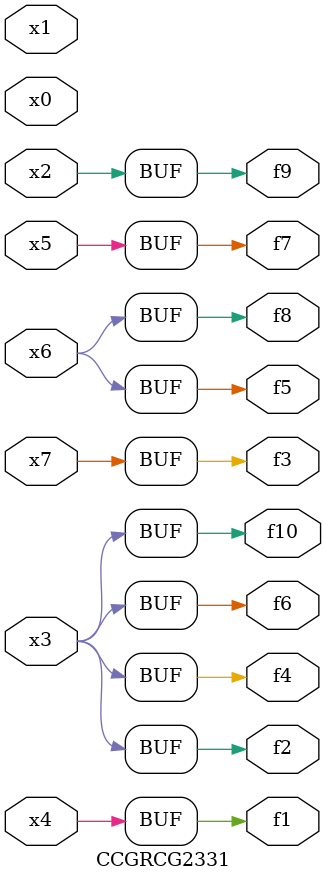
<source format=v>
module CCGRCG2331(
	input x0, x1, x2, x3, x4, x5, x6, x7,
	output f1, f2, f3, f4, f5, f6, f7, f8, f9, f10
);
	assign f1 = x4;
	assign f2 = x3;
	assign f3 = x7;
	assign f4 = x3;
	assign f5 = x6;
	assign f6 = x3;
	assign f7 = x5;
	assign f8 = x6;
	assign f9 = x2;
	assign f10 = x3;
endmodule

</source>
